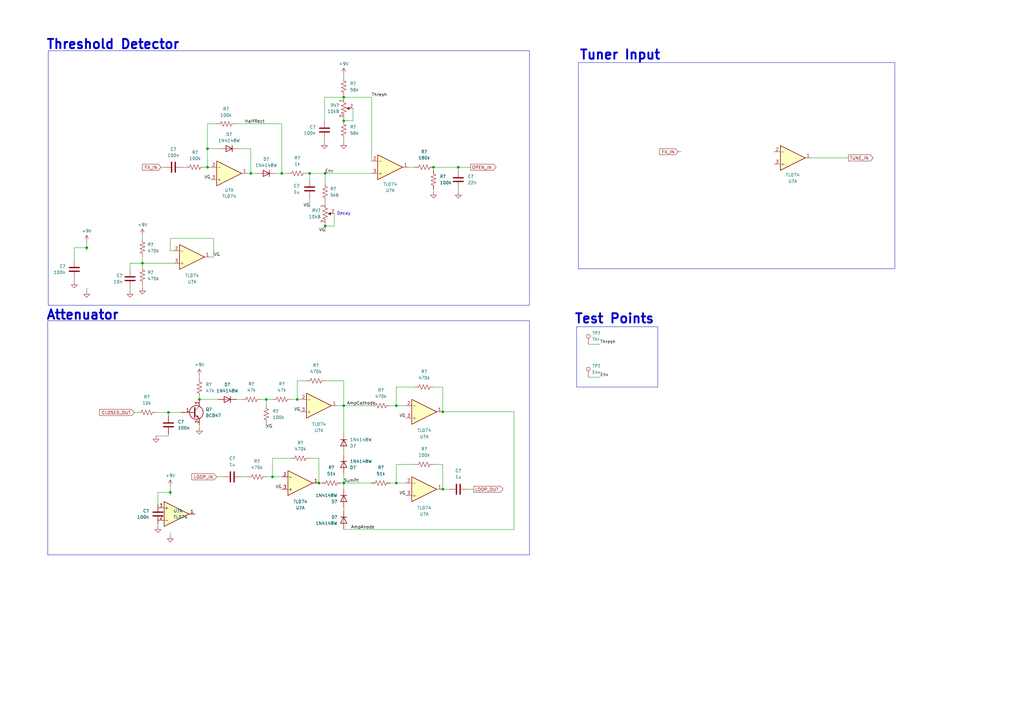
<source format=kicad_sch>
(kicad_sch (version 20250114) (generator "eeschema") (generator_version "9.0")
  (paper "A3")
  (lib_symbols
    (symbol "Amplifier_Operational:TL074" (pin_names (offset 0.127))
      (property "Reference" "U" (at 0 5.08 0))
      (property "Value" "TL074" (at 0 -5.08 0))
      (symbol "TL074_1_1"
        (polyline (pts (xy -5.08 5.08) (xy 5.08 0) (xy -5.08 -5.08) (xy -5.08 5.08)) (stroke (width 0.254)) (fill (type background)))
        (pin input line (at -7.62 2.54 0) (length 2.54) (name "+") (number "3"))
        (pin input line (at -7.62 -2.54 0) (length 2.54) (name "-") (number "2"))
        (pin output line (at 7.62 0 180) (length 2.54) (name "~") (number "1"))
      )
      (symbol "TL074_2_1"
        (polyline (pts (xy -5.08 5.08) (xy 5.08 0) (xy -5.08 -5.08) (xy -5.08 5.08)) (stroke (width 0.254)) (fill (type background)))
        (pin input line (at -7.62 2.54 0) (length 2.54) (name "+") (number "5"))
        (pin input line (at -7.62 -2.54 0) (length 2.54) (name "-") (number "6"))
        (pin output line (at 7.62 0 180) (length 2.54) (name "~") (number "7"))
      )
      (symbol "TL074_3_1"
        (polyline (pts (xy -5.08 5.08) (xy 5.08 0) (xy -5.08 -5.08) (xy -5.08 5.08)) (stroke (width 0.254)) (fill (type background)))
        (pin input line (at -7.62 2.54 0) (length 2.54) (name "+") (number "10"))
        (pin input line (at -7.62 -2.54 0) (length 2.54) (name "-") (number "9"))
        (pin output line (at 7.62 0 180) (length 2.54) (name "~") (number "8"))
      )
      (symbol "TL074_4_1"
        (polyline (pts (xy -5.08 5.08) (xy 5.08 0) (xy -5.08 -5.08) (xy -5.08 5.08)) (stroke (width 0.254)) (fill (type background)))
        (pin input line (at -7.62 2.54 0) (length 2.54) (name "+") (number "12"))
        (pin input line (at -7.62 -2.54 0) (length 2.54) (name "-") (number "13"))
        (pin output line (at 7.62 0 180) (length 2.54) (name "~") (number "14"))
      )
      (symbol "TL074_5_1"
        (pin power_in line (at -2.54 7.62 270) (length 3.81) (name "V+") (number "4"))
        (pin power_in line (at -2.54 -7.62 90) (length 3.81) (name "V-") (number "11"))
      )
    )
    (symbol "Connector:TestPoint" (pin_numbers (hide yes)) (pin_names (offset 0.762) (hide yes)) (in_bom no)
      (property "Reference" "TP" (at 0 6.858 0))
      (property "Value" "TestPoint" (at 0 5.08 0))
      (symbol "TestPoint_0_1"
        (circle (center 0 3.302) (radius 0.762))
      )
      (symbol "TestPoint_1_1"
        (pin passive line (at 0 0 90) (length 2.54) (name "1") (number "1"))
      )
    )
    (symbol "Device:C" (pin_numbers (hide yes)) (pin_names (offset 0.254))
      (property "Reference" "C" (at 0.635 2.54 0))
      (property "Value" "C" (at 0.635 -2.54 0))
      (symbol "C_0_1"
        (polyline (pts (xy -2.032 0.762) (xy 2.032 0.762)) (stroke (width 0.508)))
        (polyline (pts (xy -2.032 -0.762) (xy 2.032 -0.762)) (stroke (width 0.508)))
      )
      (symbol "C_1_1"
        (pin passive line (at 0 3.81 270) (length 2.794) (name "~") (number "1"))
        (pin passive line (at 0 -3.81 90) (length 2.794) (name "~") (number "2"))
      )
    )
    (symbol "Device:R_Potentiometer_US" (pin_names (offset 1.016) (hide yes))
      (property "Reference" "RV" (at -4.445 0 90))
      (property "Value" "R_Potentiometer_US" (at -2.54 0 90))
      (symbol "R_Potentiometer_US_0_1"
        (polyline (pts (xy 0 2.54) (xy 0 2.286)))
        (polyline (pts (xy 0 2.286) (xy 1.016 1.905) (xy 0 1.524) (xy -1.016 1.143) (xy 0 0.762)))
        (polyline (pts (xy 0 0.762) (xy 1.016 0.381) (xy 0 0) (xy -1.016 -0.381) (xy 0 -0.762)))
        (polyline (pts (xy 0 -0.762) (xy 1.016 -1.143) (xy 0 -1.524) (xy -1.016 -1.905) (xy 0 -2.286)))
        (polyline (pts (xy 0 -2.286) (xy 0 -2.54)))
        (polyline (pts (xy 1.143 0) (xy 2.286 0.508) (xy 2.286 -0.508) (xy 1.143 0)) (fill (type outline)))
        (polyline (pts (xy 2.54 0) (xy 1.524 0)))
      )
      (symbol "R_Potentiometer_US_1_1"
        (pin passive line (at 0 3.81 270) (length 1.27) (name "1") (number "1"))
        (pin passive line (at 0 -3.81 90) (length 1.27) (name "3") (number "3"))
        (pin passive line (at 3.81 0 180) (length 1.27) (name "2") (number "2"))
      )
    )
    (symbol "Device:R_US" (pin_numbers (hide yes)) (pin_names (offset 0))
      (property "Reference" "R" (at 2.54 0 90))
      (property "Value" "R_US" (at -2.54 0 90))
      (symbol "R_US_0_1"
        (polyline (pts (xy 0 2.286) (xy 0 2.54)))
        (polyline (pts (xy 0 2.286) (xy 1.016 1.905) (xy 0 1.524) (xy -1.016 1.143) (xy 0 0.762)))
        (polyline (pts (xy 0 0.762) (xy 1.016 0.381) (xy 0 0) (xy -1.016 -0.381) (xy 0 -0.762)))
        (polyline (pts (xy 0 -0.762) (xy 1.016 -1.143) (xy 0 -1.524) (xy -1.016 -1.905) (xy 0 -2.286)))
        (polyline (pts (xy 0 -2.286) (xy 0 -2.54)))
      )
      (symbol "R_US_1_1"
        (pin passive line (at 0 3.81 270) (length 1.27) (name "~") (number "1"))
        (pin passive line (at 0 -3.81 90) (length 1.27) (name "~") (number "2"))
      )
    )
    (symbol "Diode:1N4148W" (pin_numbers (hide yes)) (pin_names (hide yes))
      (property "Reference" "D" (at 0 2.54 0))
      (property "Value" "1N4148W" (at 0 -2.54 0))
      (symbol "1N4148W_0_1"
        (polyline (pts (xy -1.27 1.27) (xy -1.27 -1.27)) (stroke (width 0.254)))
        (polyline (pts (xy 1.27 1.27) (xy 1.27 -1.27) (xy -1.27 0) (xy 1.27 1.27)) (stroke (width 0.254)))
        (polyline (pts (xy 1.27 0) (xy -1.27 0)))
      )
      (symbol "1N4148W_1_1"
        (pin passive line (at -3.81 0 0) (length 2.54) (name "K") (number "1"))
        (pin passive line (at 3.81 0 180) (length 2.54) (name "A") (number "2"))
      )
    )
    (symbol "PCM_4ms_Power-symbol:+9V" (power) (pin_names (offset 0))
      (property "Value" "+9V" (at 0 3.556 0))
      (symbol "+9V_0_1"
        (polyline (pts (xy -0.762 1.27) (xy 0 2.54)))
        (polyline (pts (xy 0 2.54) (xy 0.762 1.27)))
        (polyline (pts (xy 0 0) (xy 0 2.54)))
      )
      (symbol "+9V_1_1"
        (pin power_in line (at 0 0 90) (length 0) (hide yes) (name "+9V") (number "1"))
      )
    )
    (symbol "Transistor_BJT:BC847" (pin_names (offset 0) (hide yes))
      (property "Reference" "Q" (at 5.08 1.905 0))
      (property "Value" "BC847" (at 5.08 0 0))
      (symbol "BC847_0_1"
        (polyline (pts (xy 0.635 1.905) (xy 0.635 -1.905) (xy 0.635 -1.905)) (stroke (width 0.508)))
        (polyline (pts (xy 0.635 0.635) (xy 2.54 2.54)))
        (polyline (pts (xy 0.635 -0.635) (xy 2.54 -2.54) (xy 2.54 -2.54)))
        (circle (center 1.27 0) (radius 2.8194) (stroke (width 0.254)))
        (polyline (pts (xy 1.27 -1.778) (xy 1.778 -1.27) (xy 2.286 -2.286) (xy 1.27 -1.778) (xy 1.27 -1.778)) (fill (type outline)))
      )
      (symbol "BC847_1_1"
        (pin input line (at -5.08 0 0) (length 5.715) (name "B") (number "1"))
        (pin passive line (at 2.54 5.08 270) (length 2.54) (name "C") (number "3"))
        (pin passive line (at 2.54 -5.08 90) (length 2.54) (name "E") (number "2"))
      )
    )
    (symbol "power:GND" (power) (pin_numbers (hide yes)) (pin_names (offset 0) (hide yes))
      (symbol "GND_0_1"
        (polyline (pts (xy 0 0) (xy 0 -1.27) (xy 1.27 -1.27) (xy 0 -2.54) (xy -1.27 -1.27) (xy 0 -1.27)))
      )
      (symbol "GND_1_1"
        (pin power_in line (at 0 0 270) (length 0) (name "~") (number "1"))
      )
    )
  )
  (rectangle (start 19.558 131.572) (end 217.17 227.584))
  (rectangle (start 236.474 133.985) (end 269.748 158.75))
  (rectangle (start 19.812 20.828) (end 217.17 125.222))
  (rectangle (start 237.236 25.654) (end 367.03 110.236))
  (text "Threshold Detector" (at 18.796 18.288 0) (effects (font (size 3.81 3.81) (thickness 0.762) (bold yes)) (justify left)))
  (text "Tuner Input" (at 237.49 22.606 0) (effects (font (size 3.81 3.81) (thickness 0.762) (bold yes)) (justify left)))
  (text "Attenuator" (at 18.796 129.286 0) (effects (font (size 3.81 3.81) (thickness 0.762) (bold yes)) (justify left)))
  (text "Decay" (at 140.97 87.63 0) (effects (font (size 1.27 1.27))))
  (text "Test Points" (at 235.458 130.81 0) (effects (font (size 3.81 3.81) (thickness 0.762) (bold yes)) (justify left)))
  (junction (at 140.97 49.53))
  (junction (at 69.088 169.164))
  (junction (at 140.97 166.37))
  (junction (at 127 71.12))
  (junction (at 133.35 71.12))
  (junction (at 162.56 198.12))
  (junction (at 115.57 71.12))
  (junction (at 187.96 68.58))
  (junction (at 102.87 71.12))
  (junction (at 81.788 163.83))
  (junction (at 181.61 200.66))
  (junction (at 109.22 163.83))
  (junction (at 85.09 68.58))
  (junction (at 177.8 68.58))
  (junction (at 111.76 195.58))
  (junction (at 85.09 60.96))
  (junction (at 162.56 166.37))
  (junction (at 181.61 168.91))
  (junction (at 140.97 39.878))
  (junction (at 130.81 198.12))
  (junction (at 69.85 201.93))
  (junction (at 140.97 198.12))
  (junction (at 58.42 107.95))
  (junction (at 121.92 163.83))
  (junction (at 133.35 92.71))
  (junction (at 35.56 101.6))
  (wire (pts (xy 144.78 49.53) (xy 140.97 49.53)))
  (wire (pts (xy 127 81.28) (xy 127 85.09)))
  (wire (pts (xy 187.96 69.85) (xy 187.96 68.58)))
  (wire (pts (xy 119.38 187.96) (xy 111.76 187.96)))
  (wire (pts (xy 109.22 195.58) (xy 111.76 195.58)))
  (wire (pts (xy 58.42 116.84) (xy 58.42 118.11)))
  (wire (pts (xy 152.4 39.878) (xy 152.4 66.04)))
  (wire (pts (xy 69.088 169.164) (xy 69.088 170.434)))
  (wire (pts (xy 160.02 166.37) (xy 162.56 166.37)))
  (wire (pts (xy 30.48 101.6) (xy 35.56 101.6)))
  (wire (pts (xy 53.34 107.95) (xy 58.42 107.95)))
  (wire (pts (xy 58.42 107.95) (xy 71.12 107.95)))
  (wire (pts (xy 58.42 107.95) (xy 58.42 109.22)))
  (wire (pts (xy 35.56 99.06) (xy 35.56 101.6)))
  (wire (pts (xy 210.82 217.17) (xy 140.97 217.17)))
  (wire (pts (xy 87.63 105.41) (xy 86.36 105.41)))
  (wire (pts (xy 181.61 168.91) (xy 210.82 168.91)))
  (wire (pts (xy 133.35 156.21) (xy 140.97 156.21)))
  (wire (pts (xy 133.35 91.44) (xy 133.35 92.71)))
  (wire (pts (xy 115.57 50.8) (xy 115.57 71.12)))
  (wire (pts (xy 177.8 190.5) (xy 181.61 190.5)))
  (wire (pts (xy 58.42 105.41) (xy 58.42 107.95)))
  (wire (pts (xy 181.61 200.66) (xy 184.15 200.66)))
  (wire (pts (xy 137.16 92.71) (xy 133.35 92.71)))
  (wire (pts (xy 109.22 173.736) (xy 109.22 175.768)))
  (wire (pts (xy 97.028 163.83) (xy 99.314 163.83)))
  (wire (pts (xy 140.97 57.15) (xy 140.97 58.42)))
  (wire (pts (xy 69.088 169.164) (xy 74.168 169.164)))
  (wire (pts (xy 81.788 163.83) (xy 81.788 164.084)))
  (wire (pts (xy 140.97 39.37) (xy 140.97 39.878)))
  (wire (pts (xy 162.56 158.75) (xy 162.56 166.37)))
  (wire (pts (xy 125.73 156.21) (xy 121.92 156.21)))
  (wire (pts (xy 97.79 60.96) (xy 102.87 60.96)))
  (wire (pts (xy 35.56 101.6) (xy 35.56 102.87)))
  (wire (pts (xy 181.61 190.5) (xy 181.61 200.66)))
  (wire (pts (xy 53.34 118.11) (xy 53.34 119.38)))
  (wire (pts (xy 177.8 68.58) (xy 177.8 69.85)))
  (wire (pts (xy 119.38 163.83) (xy 121.92 163.83)))
  (wire (pts (xy 58.42 96.52) (xy 58.42 97.79)))
  (wire (pts (xy 140.97 166.37) (xy 140.97 177.8)))
  (wire (pts (xy 109.22 163.83) (xy 109.22 166.116)))
  (wire (pts (xy 138.43 166.37) (xy 140.97 166.37)))
  (wire (pts (xy 83.82 68.58) (xy 85.09 68.58)))
  (wire (pts (xy 133.35 82.55) (xy 133.35 83.82)))
  (wire (pts (xy 30.48 106.68) (xy 30.48 101.6)))
  (wire (pts (xy 162.56 166.37) (xy 166.37 166.37)))
  (wire (pts (xy 133.35 92.71) (xy 133.35 95.25)))
  (wire (pts (xy 127 71.12) (xy 133.35 71.12)))
  (wire (pts (xy 64.77 214.63) (xy 64.77 215.9)))
  (wire (pts (xy 35.56 118.11) (xy 35.56 119.38)))
  (wire (pts (xy 69.85 201.93) (xy 69.85 203.2)))
  (wire (pts (xy 140.97 30.48) (xy 140.97 31.75)))
  (wire (pts (xy 85.09 60.96) (xy 85.09 68.58)))
  (wire (pts (xy 64.008 169.164) (xy 69.088 169.164)))
  (wire (pts (xy 130.81 198.12) (xy 132.08 198.12)))
  (wire (pts (xy 133.35 71.12) (xy 152.4 71.12)))
  (wire (pts (xy 74.93 68.58) (xy 76.2 68.58)))
  (wire (pts (xy 69.85 218.44) (xy 69.85 219.71)))
  (wire (pts (xy 152.4 39.878) (xy 140.97 39.878)))
  (wire (pts (xy 170.18 190.5) (xy 162.56 190.5)))
  (wire (pts (xy 170.18 158.75) (xy 162.56 158.75)))
  (wire (pts (xy 109.22 163.83) (xy 106.934 163.83)))
  (wire (pts (xy 111.76 195.58) (xy 115.57 195.58)))
  (wire (pts (xy 140.97 208.28) (xy 140.97 209.55)))
  (wire (pts (xy 81.788 153.924) (xy 81.788 155.194)))
  (wire (pts (xy 64.77 207.01) (xy 64.77 201.93)))
  (wire (pts (xy 140.97 39.878) (xy 140.97 40.64)))
  (wire (pts (xy 177.8 158.75) (xy 181.61 158.75)))
  (wire (pts (xy 332.74 64.77) (xy 347.98 64.77)))
  (wire (pts (xy 69.85 199.39) (xy 69.85 201.93)))
  (wire (pts (xy 130.81 187.96) (xy 130.81 198.12)))
  (wire (pts (xy 162.56 198.12) (xy 166.37 198.12)))
  (wire (pts (xy 177.8 68.58) (xy 187.96 68.58)))
  (wire (pts (xy 115.57 71.12) (xy 118.11 71.12)))
  (wire (pts (xy 144.78 44.45) (xy 144.78 49.53)))
  (wire (pts (xy 187.96 77.47) (xy 187.96 78.74)))
  (wire (pts (xy 127 71.12) (xy 127 73.66)))
  (wire (pts (xy 102.87 71.12) (xy 101.6 71.12)))
  (wire (pts (xy 162.56 190.5) (xy 162.56 198.12)))
  (wire (pts (xy 140.97 48.26) (xy 140.97 49.53)))
  (wire (pts (xy 133.35 71.12) (xy 133.35 74.93)))
  (wire (pts (xy 105.41 71.12) (xy 102.87 71.12)))
  (wire (pts (xy 66.04 68.58) (xy 67.31 68.58)))
  (wire (pts (xy 140.97 198.12) (xy 152.4 198.12)))
  (wire (pts (xy 64.77 201.93) (xy 69.85 201.93)))
  (wire (pts (xy 111.76 163.83) (xy 109.22 163.83)))
  (wire (pts (xy 69.088 178.054) (xy 69.088 178.816)))
  (wire (pts (xy 187.96 68.58) (xy 193.04 68.58)))
  (wire (pts (xy 127 71.12) (xy 125.73 71.12)))
  (wire (pts (xy 81.788 162.814) (xy 81.788 163.83)))
  (wire (pts (xy 69.85 102.87) (xy 69.85 97.79)))
  (wire (pts (xy 88.9 195.58) (xy 91.44 195.58)))
  (wire (pts (xy 85.09 50.8) (xy 85.09 60.96)))
  (wire (pts (xy 140.97 185.42) (xy 140.97 186.69)))
  (wire (pts (xy 71.12 102.87) (xy 69.85 102.87)))
  (wire (pts (xy 99.06 195.58) (xy 101.6 195.58)))
  (wire (pts (xy 140.97 156.21) (xy 140.97 166.37)))
  (wire (pts (xy 96.52 50.8) (xy 115.57 50.8)))
  (wire (pts (xy 137.16 87.63) (xy 137.16 92.71)))
  (wire (pts (xy 86.36 68.58) (xy 85.09 68.58)))
  (wire (pts (xy 127 187.96) (xy 130.81 187.96)))
  (wire (pts (xy 133.096 57.15) (xy 133.096 58.42)))
  (wire (pts (xy 210.82 168.91) (xy 210.82 217.17)))
  (wire (pts (xy 53.34 110.49) (xy 53.34 107.95)))
  (wire (pts (xy 140.97 198.12) (xy 140.97 200.66)))
  (wire (pts (xy 102.87 60.96) (xy 102.87 71.12)))
  (wire (pts (xy 69.088 178.816) (xy 64.008 178.816)))
  (wire (pts (xy 88.9 50.8) (xy 85.09 50.8)))
  (wire (pts (xy 133.096 49.53) (xy 133.096 39.878)))
  (wire (pts (xy 85.09 60.96) (xy 90.17 60.96)))
  (wire (pts (xy 140.97 194.31) (xy 140.97 198.12)))
  (wire (pts (xy 177.8 77.47) (xy 177.8 78.74)))
  (wire (pts (xy 160.02 198.12) (xy 162.56 198.12)))
  (wire (pts (xy 278.13 62.23) (xy 279.4 62.23)))
  (wire (pts (xy 87.63 97.79) (xy 87.63 105.41)))
  (wire (pts (xy 133.096 39.878) (xy 140.97 39.878)))
  (wire (pts (xy 69.85 97.79) (xy 87.63 97.79)))
  (wire (pts (xy 191.77 200.66) (xy 194.31 200.66)))
  (wire (pts (xy 30.48 114.3) (xy 30.48 115.57)))
  (wire (pts (xy 181.61 158.75) (xy 181.61 168.91)))
  (wire (pts (xy 121.92 163.83) (xy 123.19 163.83)))
  (wire (pts (xy 113.03 71.12) (xy 115.57 71.12)))
  (wire (pts (xy 81.788 174.244) (xy 81.788 175.514)))
  (wire (pts (xy 140.97 166.37) (xy 152.4 166.37)))
  (wire (pts (xy 139.7 198.12) (xy 140.97 198.12)))
  (wire (pts (xy 167.64 68.58) (xy 170.18 68.58)))
  (wire (pts (xy 55.118 169.164) (xy 56.388 169.164)))
  (wire (pts (xy 241.3 154.686) (xy 246.126 154.686)))
  (wire (pts (xy 111.76 187.96) (xy 111.76 195.58)))
  (wire (pts (xy 121.92 156.21) (xy 121.92 163.83)))
  (wire (pts (xy 81.788 163.83) (xy 89.408 163.83)))
  (wire (pts (xy 241.3 141.224) (xy 246.126 141.224)))
  (label "VG" (at 123.19 168.91 180) (effects (font (thickness 0.1588))))
  (label "VG" (at 127 85.09 180))
  (label "VG" (at 86.36 73.66 180))
  (label "Env" (at 133.35 71.12 0))
  (label "Thresh" (at 152.4 39.878 0))
  (label "HalfRect" (at 100.33 50.8 0))
  (label "VG" (at 133.35 95.25 180))
  (label "AmpAnode" (at 153.67 217.17 180) (effects (font (thickness 0.1588))))
  (label "VG" (at 109.22 175.768 0))
  (label "AmpCathode" (at 142.24 166.37 0))
  (label "SumPt" (at 140.97 198.12 0))
  (label "VG" (at 166.37 203.2 180))
  (label "VG" (at 166.37 171.45 180))
  (label "Env" (at 246.126 154.686 0))
  (label "VG" (at 87.63 105.41 0))
  (label "VG" (at 115.57 200.66 180))
  (label "Thresh" (at 246.126 141.224 0))
  (global_label "OPEN_IN" (shape output) (at 193.04 68.58 0) (property "Intersheetrefs" "${INTERSHEET_REFS}" (effects (hide yes))))
  (global_label "LOOP_IN" (shape input) (at 88.9 195.58 180) (property "Intersheetrefs" "${INTERSHEET_REFS}" (effects (hide yes))))
  (global_label "LOOP_OUT" (shape output) (at 194.31 200.66 0) (property "Intersheetrefs" "${INTERSHEET_REFS}" (effects (hide yes))))
  (global_label "CLOSED_OUT" (shape input) (at 55.118 169.164 180) (property "Intersheetrefs" "${INTERSHEET_REFS}" (effects (hide yes))))
  (global_label "FX_IN" (shape input) (at 66.04 68.58 180) (property "Intersheetrefs" "${INTERSHEET_REFS}" (effects (hide yes))))
  (global_label "TUNE_IN" (shape output) (at 347.98 64.77 0) (property "Intersheetrefs" "${INTERSHEET_REFS}" (effects (hide yes))))
  (global_label "FX_IN" (shape input) (at 278.13 62.23 180) (property "Intersheetrefs" "${INTERSHEET_REFS}" (effects (hide yes))))
  (symbol (lib_id "Diode:1N4148W") (at 93.98 60.96 0) (mirror y) (unit 1)
    (property "Reference" "D?" (at 93.98 55.118 0))
    (property "Value" "1N4148W" (at 93.98 57.658 0))
    (property "Footprint" "Diode_SMD:D_SOD-123" (effects (hide yes)))
    (property "Datasheet" "https://www.vishay.com/docs/85748/1n4148w.pdf" (effects (hide yes)))
    (property "Description" "75V 0.15A Fast Switching Diode, SOD-123" (effects (hide yes)))
    (property "Sim.Device" "D" (effects (hide yes)))
    (property "Sim.Pins" "1=K 2=A" (effects (hide yes)))
  )
  (symbol (lib_id "Device:R_US") (at 156.21 198.12 90) (unit 1)
    (property "Reference" "R?" (at 156.21 191.77 90))
    (property "Value" "51k" (at 156.21 194.31 90))
    (property "Footprint" "Resistor_SMD:R_0805_2012Metric" (effects (hide yes)))
    (property "Description" "Resistor, US symbol" (effects (hide yes)))
  )
  (symbol (lib_id "Amplifier_Operational:TL074") (at 325.12 64.77 0) (mirror x) (unit 1)
    (property "Reference" "U?" (at 325.12 74.295 0))
    (property "Value" "TL074" (at 325.12 71.755 0))
    (property "Footprint" "Package_SO:SOIC-14_3.9x8.7mm_P1.27mm" (effects (hide yes)))
    (property "Datasheet" "http://www.ti.com/lit/ds/symlink/tl071.pdf" (effects (hide yes)))
    (property "Description" "Quad Low-Noise JFET-Input Operational Amplifiers, DIP-14/SOIC-14" (effects (hide yes)))
  )
  (symbol (lib_id "Device:R_US") (at 58.42 101.6 0) (unit 1)
    (property "Reference" "R?" (at 60.452 100.3299 0) (effects (justify left)))
    (property "Value" "470k" (at 60.452 102.8699 0) (effects (justify left)))
    (property "Footprint" "Resistor_SMD:R_0805_2012Metric" (effects (hide yes)))
    (property "Description" "Resistor, US symbol" (effects (hide yes)))
  )
  (symbol (lib_id "Device:R_US") (at 81.788 159.004 0) (unit 1)
    (property "Reference" "R?" (at 84.328 157.7339 0) (effects (justify left)))
    (property "Value" "47k" (at 84.328 160.2739 0) (effects (justify left)))
    (property "Footprint" "Resistor_SMD:R_0805_2012Metric" (effects (hide yes)))
    (property "Description" "Resistor, US symbol" (effects (hide yes)))
  )
  (symbol (lib_id "Device:R_US") (at 156.21 166.37 90) (unit 1)
    (property "Reference" "R?" (at 156.21 160.02 90))
    (property "Value" "470k" (at 156.21 162.56 90))
    (property "Footprint" "Resistor_SMD:R_0805_2012Metric" (effects (hide yes)))
    (property "Description" "Resistor, US symbol" (effects (hide yes)))
  )
  (symbol (lib_id "Device:C") (at 69.088 174.244 0) (unit 1)
    (property "Reference" "C?" (at 72.898 172.9739 0) (effects (justify left)))
    (property "Value" "100n" (at 72.898 175.5139 0) (effects (justify left)))
    (property "Footprint" "Capacitor_SMD:C_0805_2012Metric" (effects (hide yes)))
    (property "Description" "Unpolarized capacitor" (effects (hide yes)))
  )
  (symbol (lib_id "power:GND") (at 30.48 115.57 0) (unit 1)
    (property "Reference" "#PWR?" (effects (hide yes)))
    (property "Value" "GND" (effects (hide yes)))
    (property "Description" "Power symbol creates a global label with name \"GND\" , ground" (effects (hide yes)))
  )
  (symbol (lib_id "Amplifier_Operational:TL074") (at 130.81 166.37 0) (mirror x) (unit 1)
    (property "Reference" "U?" (at 130.81 176.53 0))
    (property "Value" "TL074" (at 130.81 173.99 0))
    (property "Footprint" "Package_SO:SOIC-14_3.9x8.7mm_P1.27mm" (effects (hide yes)))
    (property "Datasheet" "http://www.ti.com/lit/ds/symlink/tl071.pdf" (effects (hide yes)))
    (property "Description" "Quad Low-Noise JFET-Input Operational Amplifiers, DIP-14/SOIC-14" (effects (hide yes)))
  )
  (symbol (lib_id "Device:C") (at 64.77 210.82 0) (unit 1)
    (property "Reference" "C?" (at 61.214 209.5499 0) (effects (justify right)))
    (property "Value" "100n" (at 61.214 212.0899 0) (effects (justify right)))
    (property "Footprint" "Capacitor_SMD:C_0805_2012Metric" (effects (hide yes)))
    (property "Description" "Unpolarized capacitor" (effects (hide yes)))
  )
  (symbol (lib_id "Device:C") (at 53.34 114.3 0) (unit 1)
    (property "Reference" "C?" (at 50.292 113.0299 0) (effects (justify right)))
    (property "Value" "10n" (at 50.292 115.5699 0) (effects (justify right)))
    (property "Footprint" "Capacitor_SMD:C_0805_2012Metric" (effects (hide yes)))
    (property "Description" "Unpolarized capacitor" (effects (hide yes)))
  )
  (symbol (lib_id "power:GND") (at 53.34 119.38 0) (unit 1)
    (property "Reference" "#PWR?" (effects (hide yes)))
    (property "Value" "GND" (effects (hide yes)))
    (property "Description" "Power symbol creates a global label with name \"GND\" , ground" (effects (hide yes)))
  )
  (symbol (lib_id "power:GND") (at 58.42 118.11 0) (unit 1)
    (property "Reference" "#PWR?" (effects (hide yes)))
    (property "Value" "GND" (effects (hide yes)))
    (property "Description" "Power symbol creates a global label with name \"GND\" , ground" (effects (hide yes)))
  )
  (symbol (lib_id "Device:R_US") (at 105.41 195.58 90) (unit 1)
    (property "Reference" "R?" (at 105.41 189.23 90))
    (property "Value" "470k" (at 105.41 191.77 90))
    (property "Footprint" "Resistor_SMD:R_0805_2012Metric" (effects (hide yes)))
    (property "Description" "Resistor, US symbol" (effects (hide yes)))
  )
  (symbol (lib_id "Device:R_US") (at 60.198 169.164 90) (unit 1)
    (property "Reference" "R?" (at 60.198 162.814 90))
    (property "Value" "10k" (at 60.198 165.354 90))
    (property "Footprint" "Resistor_SMD:R_0805_2012Metric" (effects (hide yes)))
    (property "Description" "Resistor, US symbol" (effects (hide yes)))
  )
  (symbol (lib_id "Device:R_Potentiometer_US") (at 140.97 44.45 0) (unit 1)
    (property "Reference" "RV?" (at 139.192 43.1799 0) (effects (justify right)))
    (property "Value" "10kB" (at 139.192 45.7199 0) (effects (justify right)))
    (property "Footprint" "Potentiometer_THT:Potentiometer_Alpha_RV16AF_42_Single_Long" (effects (hide yes)))
    (property "Description" "Potentiometer, US symbol" (effects (hide yes)))
  )
  (symbol (lib_id "power:GND") (at 133.096 58.42 0) (unit 1)
    (property "Reference" "#PWR?" (effects (hide yes)))
    (property "Value" "GND" (effects (hide yes)))
    (property "Description" "Power symbol creates a global label with name \"GND\" , ground" (effects (hide yes)))
  )
  (symbol (lib_id "PCM_4ms_Power-symbol:+9V") (at 58.42 96.52 0) (unit 1)
    (property "Reference" "#PWR?" (effects (hide yes)))
    (property "Value" "+9V" (at 58.42 92.202 0))
    (property "Description" "Power symbol creates a global label with name \"+9V\"" (effects (hide yes)))
  )
  (symbol (lib_id "Device:R_US") (at 80.01 68.58 90) (unit 1)
    (property "Reference" "R?" (at 80.01 62.484 90))
    (property "Value" "100k" (at 80.01 65.024 90))
    (property "Footprint" "Resistor_SMD:R_0805_2012Metric" (effects (hide yes)))
    (property "Description" "Resistor, US symbol" (effects (hide yes)))
  )
  (symbol (lib_id "Device:R_US") (at 123.19 187.96 90) (unit 1)
    (property "Reference" "R?" (at 123.19 181.61 90))
    (property "Value" "470k" (at 123.19 184.15 90))
    (property "Footprint" "Resistor_SMD:R_0805_2012Metric" (effects (hide yes)))
    (property "Description" "Resistor, US symbol" (effects (hide yes)))
  )
  (symbol (lib_id "Device:R_US") (at 140.97 53.34 0) (unit 1)
    (property "Reference" "R?" (at 143.51 52.0699 0) (effects (justify left)))
    (property "Value" "56k" (at 143.51 54.6099 0) (effects (justify left)))
    (property "Footprint" "Resistor_SMD:R_0805_2012Metric" (effects (hide yes)))
    (property "Description" "Resistor, US symbol" (effects (hide yes)))
  )
  (symbol (lib_id "Device:C") (at 133.096 53.34 0) (unit 1)
    (property "Reference" "C?" (at 129.54 52.0699 0) (effects (justify right)))
    (property "Value" "100n" (at 129.54 54.6099 0) (effects (justify right)))
    (property "Footprint" "Capacitor_SMD:C_0805_2012Metric" (effects (hide yes)))
    (property "Description" "Unpolarized capacitor" (effects (hide yes)))
  )
  (symbol (lib_id "Device:R_US") (at 58.42 113.03 0) (unit 1)
    (property "Reference" "R?" (at 60.452 111.7599 0) (effects (justify left)))
    (property "Value" "470k" (at 60.452 114.2999 0) (effects (justify left)))
    (property "Footprint" "Resistor_SMD:R_0805_2012Metric" (effects (hide yes)))
    (property "Description" "Resistor, US symbol" (effects (hide yes)))
  )
  (symbol (lib_id "Device:R_US") (at 121.92 71.12 90) (unit 1)
    (property "Reference" "R?" (at 121.92 64.77 90))
    (property "Value" "1k" (at 121.92 67.31 90))
    (property "Footprint" "Resistor_SMD:R_0805_2012Metric" (effects (hide yes)))
    (property "Description" "Resistor, US symbol" (effects (hide yes)))
  )
  (symbol (lib_id "Device:R_Potentiometer_US") (at 133.35 87.63 0) (unit 1)
    (property "Reference" "RV?" (at 131.572 86.3599 0) (effects (justify right)))
    (property "Value" "10kB" (at 131.572 88.8999 0) (effects (justify right)))
    (property "Footprint" "Potentiometer_THT:Potentiometer_Alpha_RV16AF_42_Single_Long" (effects (hide yes)))
    (property "Description" "Potentiometer, US symbol" (effects (hide yes)))
  )
  (symbol (lib_id "power:GND") (at 81.788 175.514 0) (unit 1)
    (property "Reference" "#PWR?" (effects (hide yes)))
    (property "Value" "GND" (effects (hide yes)))
    (property "Description" "Power symbol creates a global label with name \"GND\" , ground" (effects (hide yes)))
  )
  (symbol (lib_id "PCM_4ms_Power-symbol:+9V") (at 69.85 199.39 0) (unit 1)
    (property "Reference" "#PWR?" (effects (hide yes)))
    (property "Value" "+9V" (at 69.85 195.072 0))
    (property "Description" "Power symbol creates a global label with name \"+9V\"" (effects (hide yes)))
  )
  (symbol (lib_id "power:GND") (at 140.97 58.42 0) (unit 1)
    (property "Reference" "#PWR?" (effects (hide yes)))
    (property "Value" "GND" (effects (hide yes)))
    (property "Description" "Power symbol creates a global label with name \"GND\" , ground" (effects (hide yes)))
  )
  (symbol (lib_id "power:GND") (at 177.8 78.74 0) (unit 1)
    (property "Reference" "#PWR?" (effects (hide yes)))
    (property "Value" "GND" (effects (hide yes)))
    (property "Description" "Power symbol creates a global label with name \"GND\" , ground" (effects (hide yes)))
  )
  (symbol (lib_id "Amplifier_Operational:TL074") (at 173.99 168.91 0) (mirror x) (unit 1)
    (property "Reference" "U?" (at 173.99 179.07 0))
    (property "Value" "TL074" (at 173.99 176.53 0))
    (property "Footprint" "Package_SO:SOIC-14_3.9x8.7mm_P1.27mm" (effects (hide yes)))
    (property "Datasheet" "http://www.ti.com/lit/ds/symlink/tl071.pdf" (effects (hide yes)))
    (property "Description" "Quad Low-Noise JFET-Input Operational Amplifiers, DIP-14/SOIC-14" (effects (hide yes)))
  )
  (symbol (lib_id "Device:C") (at 187.96 200.66 90) (unit 1)
    (property "Reference" "C?" (at 187.96 193.04 90))
    (property "Value" "1u" (at 187.96 195.58 90))
    (property "Footprint" "Capacitor_SMD:C_0805_2012Metric" (effects (hide yes)))
    (property "Description" "Unpolarized capacitor" (effects (hide yes)))
  )
  (symbol (lib_id "Device:R_US") (at 140.97 35.56 0) (unit 1)
    (property "Reference" "R?" (at 143.51 34.2899 0) (effects (justify left)))
    (property "Value" "56k" (at 143.51 36.8299 0) (effects (justify left)))
    (property "Footprint" "Resistor_SMD:R_0805_2012Metric" (effects (hide yes)))
    (property "Description" "Resistor, US symbol" (effects (hide yes)))
  )
  (symbol (lib_id "PCM_4ms_Power-symbol:+9V") (at 81.788 153.924 0) (unit 1)
    (property "Reference" "#PWR?" (effects (hide yes)))
    (property "Value" "+9V" (at 81.788 149.606 0))
    (property "Description" "Power symbol creates a global label with name \"+9V\"" (effects (hide yes)))
  )
  (symbol (lib_id "Amplifier_Operational:TL074") (at 72.39 210.82 0) (unit 1)
    (property "Reference" "U?" (at 71.12 209.5499 0) (effects (justify left)))
    (property "Value" "TL074" (at 71.12 212.0899 0) (effects (justify left)))
    (property "Footprint" "Package_SO:SOIC-14_3.9x8.7mm_P1.27mm" (effects (hide yes)))
    (property "Datasheet" "http://www.ti.com/lit/ds/symlink/tl071.pdf" (effects (hide yes)))
    (property "Description" "Quad Low-Noise JFET-Input Operational Amplifiers, DIP-14/SOIC-14" (effects (hide yes)))
  )
  (symbol (lib_id "Device:C") (at 71.12 68.58 90) (unit 1)
    (property "Reference" "C?" (at 71.12 61.214 90))
    (property "Value" "100n" (at 71.12 63.754 90))
    (property "Footprint" "Capacitor_SMD:C_0805_2012Metric" (effects (hide yes)))
    (property "Description" "Unpolarized capacitor" (effects (hide yes)))
  )
  (symbol (lib_id "power:GND") (at 69.85 219.71 0) (unit 1)
    (property "Reference" "#PWR?" (effects (hide yes)))
    (property "Value" "GND" (effects (hide yes)))
    (property "Description" "Power symbol creates a global label with name \"GND\" , ground" (effects (hide yes)))
  )
  (symbol (lib_id "Amplifier_Operational:TL074") (at 78.74 105.41 0) (mirror x) (unit 1)
    (property "Reference" "U?" (at 78.74 115.57 0))
    (property "Value" "TL074" (at 78.74 113.03 0))
    (property "Footprint" "Package_SO:SOIC-14_3.9x8.7mm_P1.27mm" (effects (hide yes)))
    (property "Datasheet" "http://www.ti.com/lit/ds/symlink/tl071.pdf" (effects (hide yes)))
    (property "Description" "Quad Low-Noise JFET-Input Operational Amplifiers, DIP-14/SOIC-14" (effects (hide yes)))
  )
  (symbol (lib_id "Amplifier_Operational:TL074") (at 93.98 71.12 0) (mirror x) (unit 1)
    (property "Reference" "U?" (at 93.98 77.978 0))
    (property "Value" "TL074" (at 93.98 80.518 0))
    (property "Footprint" "Package_SO:SOIC-14_3.9x8.7mm_P1.27mm" (effects (hide yes)))
    (property "Datasheet" "http://www.ti.com/lit/ds/symlink/tl071.pdf" (effects (hide yes)))
    (property "Description" "Quad Low-Noise JFET-Input Operational Amplifiers, DIP-14/SOIC-14" (effects (hide yes)))
  )
  (symbol (lib_id "Device:R_US") (at 133.35 78.74 0) (unit 1)
    (property "Reference" "R?" (at 135.382 77.4699 0) (effects (justify left)))
    (property "Value" "5k6" (at 135.382 80.0099 0) (effects (justify left)))
    (property "Footprint" "Resistor_SMD:R_0805_2012Metric" (effects (hide yes)))
    (property "Description" "Resistor, US symbol" (effects (hide yes)))
  )
  (symbol (lib_id "Device:R_US") (at 135.89 198.12 90) (unit 1)
    (property "Reference" "R?" (at 135.89 191.77 90))
    (property "Value" "51k" (at 135.89 194.31 90))
    (property "Footprint" "Resistor_SMD:R_0805_2012Metric" (effects (hide yes)))
    (property "Description" "Resistor, US symbol" (effects (hide yes)))
  )
  (symbol (lib_id "Device:R_US") (at 173.99 190.5 90) (unit 1)
    (property "Reference" "R?" (at 173.99 184.15 90))
    (property "Value" "100k" (at 173.99 186.69 90))
    (property "Footprint" "Resistor_SMD:R_0805_2012Metric" (effects (hide yes)))
    (property "Description" "Resistor, US symbol" (effects (hide yes)))
  )
  (symbol (lib_id "Connector:TestPoint") (at 241.3 154.686 0) (unit 1) (in_bom no)
    (property "Reference" "TP?" (at 242.824 150.1139 0) (effects (justify left)))
    (property "Value" "Env" (at 242.824 152.6539 0) (effects (justify left)))
    (property "Footprint" "TestPoint:TestPoint_THTPad_D2.0mm_Drill1.0mm_VAL" (effects (hide yes)))
    (property "Description" "test point" (effects (hide yes)))
  )
  (symbol (lib_id "power:GND") (at 64.77 215.9 0) (unit 1)
    (property "Reference" "#PWR?" (effects (hide yes)))
    (property "Value" "GND" (effects (hide yes)))
    (property "Description" "Power symbol creates a global label with name \"GND\" , ground" (effects (hide yes)))
  )
  (symbol (lib_id "Diode:1N4148W") (at 140.97 190.5 90) (mirror x) (unit 1)
    (property "Reference" "D?" (at 143.51 191.7701 90) (effects (justify right)))
    (property "Value" "1N4148W" (at 143.51 189.2301 90) (effects (justify right)))
    (property "Footprint" "Diode_SMD:D_SOD-123" (effects (hide yes)))
    (property "Datasheet" "https://www.vishay.com/docs/85748/1n4148w.pdf" (effects (hide yes)))
    (property "Description" "75V 0.15A Fast Switching Diode, SOD-123" (effects (hide yes)))
    (property "Sim.Device" "D" (effects (hide yes)))
    (property "Sim.Pins" "1=K 2=A" (effects (hide yes)))
  )
  (symbol (lib_id "Device:R_US") (at 173.99 158.75 90) (unit 1)
    (property "Reference" "R?" (at 173.99 152.4 90))
    (property "Value" "470k" (at 173.99 154.94 90))
    (property "Footprint" "Resistor_SMD:R_0805_2012Metric" (effects (hide yes)))
    (property "Description" "Resistor, US symbol" (effects (hide yes)))
  )
  (symbol (lib_id "Device:R_US") (at 92.71 50.8 90) (unit 1)
    (property "Reference" "R?" (at 92.71 44.704 90))
    (property "Value" "100k" (at 92.71 47.244 90))
    (property "Footprint" "Resistor_SMD:R_0805_2012Metric" (effects (hide yes)))
    (property "Description" "Resistor, US symbol" (effects (hide yes)))
  )
  (symbol (lib_id "Device:C") (at 187.96 73.66 0) (unit 1)
    (property "Reference" "C?" (at 191.77 72.3899 0) (effects (justify left)))
    (property "Value" "22n" (at 191.77 74.9299 0) (effects (justify left)))
    (property "Footprint" "Capacitor_SMD:C_0805_2012Metric" (effects (hide yes)))
    (property "Description" "Unpolarized capacitor" (effects (hide yes)))
  )
  (symbol (lib_id "Diode:1N4148W") (at 140.97 213.36 270) (unit 1)
    (property "Reference" "D?" (at 138.43 212.0899 90) (effects (justify right)))
    (property "Value" "1N4148W" (at 138.43 214.6299 90) (effects (justify right)))
    (property "Footprint" "Diode_SMD:D_SOD-123" (effects (hide yes)))
    (property "Datasheet" "https://www.vishay.com/docs/85748/1n4148w.pdf" (effects (hide yes)))
    (property "Description" "75V 0.15A Fast Switching Diode, SOD-123" (effects (hide yes)))
    (property "Sim.Device" "D" (effects (hide yes)))
    (property "Sim.Pins" "1=K 2=A" (effects (hide yes)))
  )
  (symbol (lib_id "Diode:1N4148W") (at 140.97 204.47 270) (unit 1)
    (property "Reference" "D?" (at 138.43 205.7401 90) (effects (justify right)))
    (property "Value" "1N4148W" (at 138.43 203.2001 90) (effects (justify right)))
    (property "Footprint" "Diode_SMD:D_SOD-123" (effects (hide yes)))
    (property "Datasheet" "https://www.vishay.com/docs/85748/1n4148w.pdf" (effects (hide yes)))
    (property "Description" "75V 0.15A Fast Switching Diode, SOD-123" (effects (hide yes)))
    (property "Sim.Device" "D" (effects (hide yes)))
    (property "Sim.Pins" "1=K 2=A" (effects (hide yes)))
  )
  (symbol (lib_id "Diode:1N4148W") (at 109.22 71.12 0) (mirror y) (unit 1)
    (property "Reference" "D?" (at 109.22 65.278 0))
    (property "Value" "1N4148W" (at 109.22 67.818 0))
    (property "Footprint" "Diode_SMD:D_SOD-123" (effects (hide yes)))
    (property "Datasheet" "https://www.vishay.com/docs/85748/1n4148w.pdf" (effects (hide yes)))
    (property "Description" "75V 0.15A Fast Switching Diode, SOD-123" (effects (hide yes)))
    (property "Sim.Device" "D" (effects (hide yes)))
    (property "Sim.Pins" "1=K 2=A" (effects (hide yes)))
  )
  (symbol (lib_id "Device:R_US") (at 115.57 163.83 90) (unit 1)
    (property "Reference" "R?" (at 115.57 157.48 90))
    (property "Value" "47k" (at 115.57 160.02 90))
    (property "Footprint" "Resistor_SMD:R_0805_2012Metric" (effects (hide yes)))
    (property "Description" "Resistor, US symbol" (effects (hide yes)))
  )
  (symbol (lib_id "Device:R_US") (at 103.124 163.83 90) (unit 1)
    (property "Reference" "R?" (at 103.124 157.48 90))
    (property "Value" "47k" (at 103.124 160.02 90))
    (property "Footprint" "Resistor_SMD:R_0805_2012Metric" (effects (hide yes)))
    (property "Description" "Resistor, US symbol" (effects (hide yes)))
  )
  (symbol (lib_id "Diode:1N4148W") (at 93.218 163.83 0) (mirror y) (unit 1)
    (property "Reference" "D?" (at 93.218 157.734 0))
    (property "Value" "1N4148W" (at 93.218 160.274 0))
    (property "Footprint" "Diode_SMD:D_SOD-123" (effects (hide yes)))
    (property "Datasheet" "https://www.vishay.com/docs/85748/1n4148w.pdf" (effects (hide yes)))
    (property "Description" "75V 0.15A Fast Switching Diode, SOD-123" (effects (hide yes)))
    (property "Sim.Device" "D" (effects (hide yes)))
    (property "Sim.Pins" "1=K 2=A" (effects (hide yes)))
  )
  (symbol (lib_id "Amplifier_Operational:TL074") (at 123.19 198.12 0) (mirror x) (unit 1)
    (property "Reference" "U?" (at 123.19 208.28 0))
    (property "Value" "TL074" (at 123.19 205.74 0))
    (property "Footprint" "Package_SO:SOIC-14_3.9x8.7mm_P1.27mm" (effects (hide yes)))
    (property "Datasheet" "http://www.ti.com/lit/ds/symlink/tl071.pdf" (effects (hide yes)))
    (property "Description" "Quad Low-Noise JFET-Input Operational Amplifiers, DIP-14/SOIC-14" (effects (hide yes)))
  )
  (symbol (lib_id "PCM_4ms_Power-symbol:+9V") (at 35.56 99.06 0) (unit 1)
    (property "Reference" "#PWR?" (effects (hide yes)))
    (property "Value" "+9V" (at 35.56 94.742 0))
    (property "Description" "Power symbol creates a global label with name \"+9V\"" (effects (hide yes)))
  )
  (symbol (lib_id "PCM_4ms_Power-symbol:+9V") (at 140.97 30.48 0) (unit 1)
    (property "Reference" "#PWR?" (effects (hide yes)))
    (property "Value" "+9V" (at 140.97 26.162 0))
    (property "Description" "Power symbol creates a global label with name \"+9V\"" (effects (hide yes)))
  )
  (symbol (lib_id "power:GND") (at 187.96 78.74 0) (unit 1)
    (property "Reference" "#PWR?" (effects (hide yes)))
    (property "Value" "GND" (effects (hide yes)))
    (property "Description" "Power symbol creates a global label with name \"GND\" , ground" (effects (hide yes)))
  )
  (symbol (lib_id "Device:R_US") (at 173.99 68.58 90) (unit 1)
    (property "Reference" "R?" (at 173.99 62.23 90))
    (property "Value" "180k" (at 173.99 64.77 90))
    (property "Footprint" "Resistor_SMD:R_0805_2012Metric" (effects (hide yes)))
    (property "Description" "Resistor, US symbol" (effects (hide yes)))
  )
  (symbol (lib_id "Device:C") (at 127 77.47 0) (unit 1)
    (property "Reference" "C?" (at 122.936 76.1999 0) (effects (justify right)))
    (property "Value" "1u" (at 122.936 78.7399 0) (effects (justify right)))
    (property "Footprint" "Capacitor_SMD:C_0805_2012Metric" (effects (hide yes)))
    (property "Description" "Unpolarized capacitor" (effects (hide yes)))
  )
  (symbol (lib_id "Device:R_US") (at 109.22 169.926 0) (unit 1)
    (property "Reference" "R?" (at 111.76 168.6559 0) (effects (justify left)))
    (property "Value" "100k" (at 111.76 171.1959 0) (effects (justify left)))
    (property "Footprint" "Resistor_SMD:R_0805_2012Metric" (effects (hide yes)))
    (property "Description" "Resistor, US symbol" (effects (hide yes)))
  )
  (symbol (lib_id "power:GND") (at 35.56 119.38 0) (unit 1)
    (property "Reference" "#PWR?" (effects (hide yes)))
    (property "Value" "GND" (effects (hide yes)))
    (property "Description" "Power symbol creates a global label with name \"GND\" , ground" (effects (hide yes)))
  )
  (symbol (lib_id "Amplifier_Operational:TL074") (at 173.99 200.66 0) (mirror x) (unit 1)
    (property "Reference" "U?" (at 173.99 210.82 0))
    (property "Value" "TL074" (at 173.99 208.28 0))
    (property "Footprint" "Package_SO:SOIC-14_3.9x8.7mm_P1.27mm" (effects (hide yes)))
    (property "Datasheet" "http://www.ti.com/lit/ds/symlink/tl071.pdf" (effects (hide yes)))
    (property "Description" "Quad Low-Noise JFET-Input Operational Amplifiers, DIP-14/SOIC-14" (effects (hide yes)))
  )
  (symbol (lib_id "Connector:TestPoint") (at 241.3 141.224 0) (unit 1) (in_bom no)
    (property "Reference" "TP?" (at 242.824 136.6519 0) (effects (justify left)))
    (property "Value" "Thr" (at 242.824 139.1919 0) (effects (justify left)))
    (property "Footprint" "TestPoint:TestPoint_THTPad_D2.0mm_Drill1.0mm_VAL" (effects (hide yes)))
    (property "Description" "test point" (effects (hide yes)))
  )
  (symbol (lib_id "Device:C") (at 30.48 110.49 0) (unit 1)
    (property "Reference" "C?" (at 26.924 109.2199 0) (effects (justify right)))
    (property "Value" "100n" (at 26.924 111.7599 0) (effects (justify right)))
    (property "Footprint" "Capacitor_SMD:C_0805_2012Metric" (effects (hide yes)))
    (property "Description" "Unpolarized capacitor" (effects (hide yes)))
  )
  (symbol (lib_id "Amplifier_Operational:TL074") (at 160.02 68.58 0) (mirror x) (unit 1)
    (property "Reference" "U?" (at 160.02 78.105 0))
    (property "Value" "TL074" (at 160.02 75.565 0))
    (property "Footprint" "Package_SO:SOIC-14_3.9x8.7mm_P1.27mm" (effects (hide yes)))
    (property "Datasheet" "http://www.ti.com/lit/ds/symlink/tl071.pdf" (effects (hide yes)))
    (property "Description" "Quad Low-Noise JFET-Input Operational Amplifiers, DIP-14/SOIC-14" (effects (hide yes)))
  )
  (symbol (lib_id "Device:C") (at 95.25 195.58 90) (unit 1)
    (property "Reference" "C?" (at 95.25 187.96 90))
    (property "Value" "1u" (at 95.25 190.5 90))
    (property "Footprint" "Capacitor_SMD:C_0805_2012Metric" (effects (hide yes)))
    (property "Description" "Unpolarized capacitor" (effects (hide yes)))
  )
  (symbol (lib_id "Transistor_BJT:BC847") (at 79.248 169.164 0) (unit 1)
    (property "Reference" "Q?" (at 84.328 167.8939 0) (effects (justify left)))
    (property "Value" "BC847" (at 84.328 170.4339 0) (effects (justify left)))
    (property "Footprint" "Package_TO_SOT_SMD:SOT-23" (effects (hide yes)))
    (property "Datasheet" "http://www.infineon.com/dgdl/Infineon-BC847SERIES_BC848SERIES_BC849SERIES_BC850SERIES-DS-v01_01-en.pdf?fileId=db3a304314dca389011541d4630a1657" (effects (hide yes)))
    (property "Description" "0.1A Ic, 45V Vce, NPN Transistor, SOT-23" (effects (hide yes)))
  )
  (symbol (lib_id "Device:R_US") (at 129.54 156.21 90) (unit 1)
    (property "Reference" "R?" (at 129.54 149.86 90))
    (property "Value" "470k" (at 129.54 152.4 90))
    (property "Footprint" "Resistor_SMD:R_0805_2012Metric" (effects (hide yes)))
    (property "Description" "Resistor, US symbol" (effects (hide yes)))
  )
  (symbol (lib_id "power:GND") (at 64.008 178.816 0) (unit 1)
    (property "Reference" "#PWR?" (effects (hide yes)))
    (property "Value" "GND" (effects (hide yes)))
    (property "Description" "Power symbol creates a global label with name \"GND\" , ground" (effects (hide yes)))
  )
  (symbol (lib_id "Diode:1N4148W") (at 140.97 181.61 90) (mirror x) (unit 1)
    (property "Reference" "D?" (at 143.51 182.8801 90) (effects (justify right)))
    (property "Value" "1N4148W" (at 143.51 180.3401 90) (effects (justify right)))
    (property "Footprint" "Diode_SMD:D_SOD-123" (effects (hide yes)))
    (property "Datasheet" "https://www.vishay.com/docs/85748/1n4148w.pdf" (effects (hide yes)))
    (property "Description" "75V 0.15A Fast Switching Diode, SOD-123" (effects (hide yes)))
    (property "Sim.Device" "D" (effects (hide yes)))
    (property "Sim.Pins" "1=K 2=A" (effects (hide yes)))
  )
  (symbol (lib_id "Device:R_US") (at 177.8 73.66 0) (unit 1)
    (property "Reference" "R?" (at 180.34 72.3899 0) (effects (justify left)))
    (property "Value" "100k" (at 180.34 74.9299 0) (effects (justify left)))
    (property "Footprint" "Resistor_SMD:R_0805_2012Metric" (effects (hide yes)))
    (property "Description" "Resistor, US symbol" (effects (hide yes)))
  )
)
</source>
